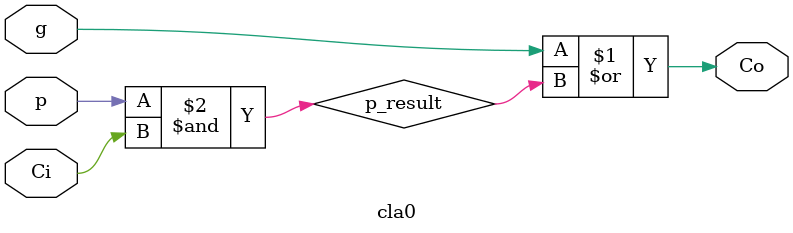
<source format=v>

`timescale 1 ns / 1 ns

module cla0
       (
         input Ci,
         input [ 0: 0 ] p, g,
         output Co
       );
// Implementing Co = g[0] + p[0] * Ci

wire [ 0: 0 ] p_result;

// Generate-or term
or #10 u_or0 ( Co, g[ 0 ], p_result[ 0 ] );

// Generate the propagation results
and #10 u_and0 ( p_result[ 0 ], p[ 0 ], Ci );

endmodule

</source>
